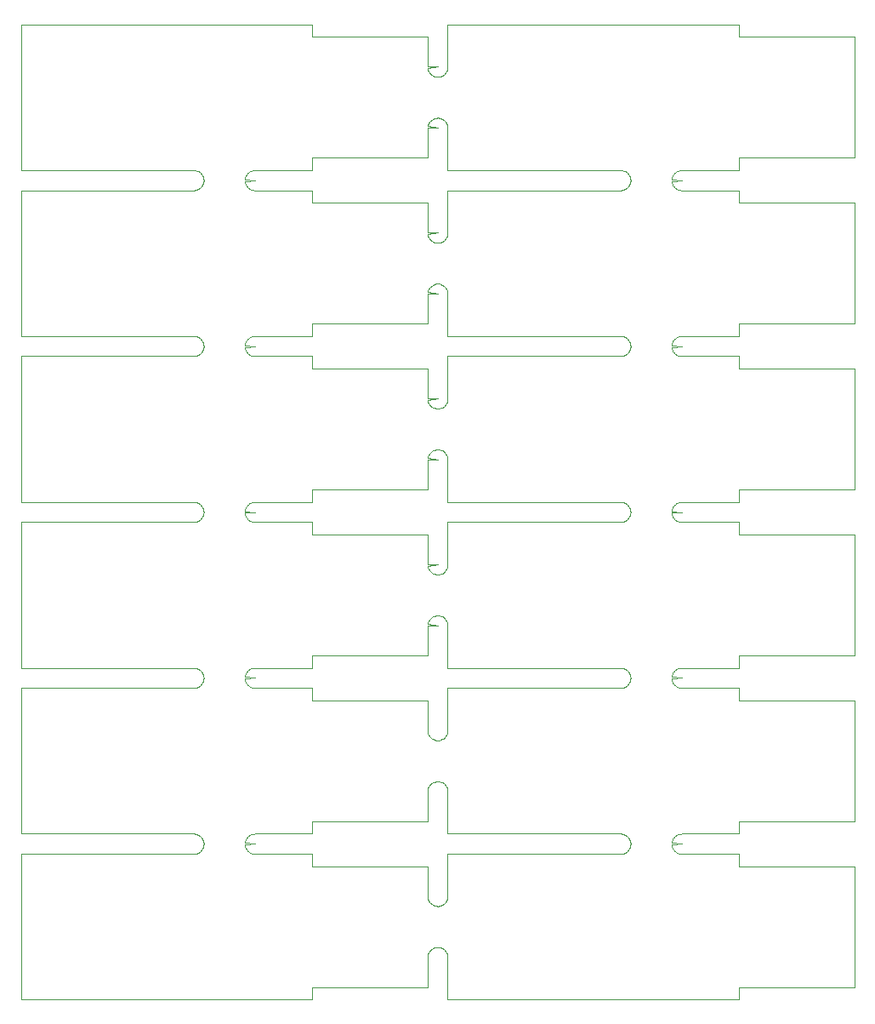
<source format=gm1>
%MOIN*%
%OFA0B0*%
%FSLAX44Y44*%
%IPPOS*%
%LPD*%
%ADD10C,0*%
D10*
X00015944Y00031200D02*
X00015944Y00031200D01*
X00011417Y00031200D01*
X00011417Y00031692D01*
X00009169Y00031692D01*
X00009138Y00031694D01*
X00009107Y00031697D01*
X00009077Y00031703D01*
X00009047Y00031712D01*
X00009018Y00031722D01*
X00008990Y00031735D01*
X00008963Y00031750D01*
X00008937Y00031768D01*
X00008913Y00031787D01*
X00008890Y00031808D01*
X00008869Y00031830D01*
X00008850Y00031855D01*
X00008833Y00031880D01*
X00008818Y00031907D01*
X00008805Y00031935D01*
X00008794Y00031964D01*
X00008786Y00031994D01*
X00008780Y00032025D01*
X00008776Y00032055D01*
X00009169Y00032086D01*
X00008776Y00032117D01*
X00008780Y00032148D01*
X00008786Y00032178D01*
X00008794Y00032208D01*
X00008805Y00032237D01*
X00008818Y00032265D01*
X00008833Y00032292D01*
X00008850Y00032318D01*
X00008869Y00032342D01*
X00008890Y00032365D01*
X00008913Y00032385D01*
X00008937Y00032405D01*
X00008963Y00032422D01*
X00008990Y00032437D01*
X00009018Y00032450D01*
X00009047Y00032461D01*
X00009077Y00032469D01*
X00009107Y00032475D01*
X00009138Y00032479D01*
X00009169Y00032480D01*
X00011417Y00032480D01*
X00011417Y00032972D01*
X00015944Y00032972D01*
X00015944Y00034137D01*
X00016338Y00034137D01*
X00015949Y00034199D01*
X00015964Y00034259D01*
X00015987Y00034316D01*
X00016020Y00034369D01*
X00016060Y00034416D01*
X00016107Y00034456D01*
X00016159Y00034488D01*
X00016216Y00034512D01*
X00016276Y00034526D01*
X00016338Y00034531D01*
X00016400Y00034526D01*
X00016460Y00034512D01*
X00016517Y00034488D01*
X00016569Y00034456D01*
X00016616Y00034416D01*
X00016657Y00034369D01*
X00016689Y00034316D01*
X00016713Y00034259D01*
X00016727Y00034199D01*
X00016732Y00034137D01*
X00016732Y00032480D01*
X00023507Y00032480D01*
X00023507Y00032480D01*
X00023569Y00032475D01*
X00023629Y00032461D01*
X00023686Y00032437D01*
X00023739Y00032405D01*
X00023786Y00032365D01*
X00023826Y00032318D01*
X00023858Y00032265D01*
X00023882Y00032208D01*
X00023896Y00032148D01*
X00023901Y00032086D01*
X00023896Y00032025D01*
X00023882Y00031964D01*
X00023858Y00031907D01*
X00023826Y00031855D01*
X00023786Y00031808D01*
X00023739Y00031768D01*
X00023686Y00031735D01*
X00023629Y00031712D01*
X00023569Y00031697D01*
X00023507Y00031692D01*
X00016732Y00031692D01*
X00016732Y00030035D01*
X00016727Y00029973D01*
X00016713Y00029913D01*
X00016689Y00029856D01*
X00016657Y00029803D01*
X00016616Y00029756D01*
X00016569Y00029716D01*
X00016517Y00029684D01*
X00016460Y00029660D01*
X00016400Y00029646D01*
X00016338Y00029641D01*
X00016276Y00029646D01*
X00016216Y00029660D01*
X00016159Y00029684D01*
X00016107Y00029716D01*
X00016060Y00029756D01*
X00016020Y00029803D01*
X00015987Y00029856D01*
X00015964Y00029913D01*
X00015949Y00029973D01*
X00016338Y00030035D01*
X00015944Y00030035D01*
X00015944Y00031200D01*
X00015944Y00024704D02*
X00015944Y00024704D01*
X00011417Y00024704D01*
X00011417Y00025196D01*
X00009169Y00025196D01*
X00009138Y00025198D01*
X00009107Y00025201D01*
X00009077Y00025207D01*
X00009047Y00025216D01*
X00009018Y00025226D01*
X00008990Y00025239D01*
X00008963Y00025254D01*
X00008937Y00025272D01*
X00008913Y00025291D01*
X00008890Y00025312D01*
X00008869Y00025334D01*
X00008850Y00025359D01*
X00008833Y00025384D01*
X00008818Y00025411D01*
X00008805Y00025439D01*
X00008794Y00025468D01*
X00008786Y00025498D01*
X00008780Y00025528D01*
X00008776Y00025559D01*
X00009169Y00025590D01*
X00008776Y00025621D01*
X00008780Y00025652D01*
X00008786Y00025682D01*
X00008794Y00025712D01*
X00008805Y00025741D01*
X00008818Y00025769D01*
X00008833Y00025796D01*
X00008850Y00025821D01*
X00008869Y00025846D01*
X00008890Y00025868D01*
X00008913Y00025889D01*
X00008937Y00025909D01*
X00008963Y00025926D01*
X00008990Y00025941D01*
X00009018Y00025954D01*
X00009047Y00025964D01*
X00009077Y00025973D01*
X00009107Y00025979D01*
X00009138Y00025983D01*
X00009169Y00025984D01*
X00011417Y00025984D01*
X00011417Y00026476D01*
X00015944Y00026476D01*
X00015944Y00027641D01*
X00016338Y00027641D01*
X00015949Y00027703D01*
X00015964Y00027763D01*
X00015987Y00027820D01*
X00016020Y00027873D01*
X00016060Y00027920D01*
X00016107Y00027960D01*
X00016159Y00027992D01*
X00016216Y00028016D01*
X00016276Y00028030D01*
X00016338Y00028035D01*
X00016400Y00028030D01*
X00016460Y00028016D01*
X00016517Y00027992D01*
X00016569Y00027960D01*
X00016616Y00027920D01*
X00016657Y00027873D01*
X00016689Y00027820D01*
X00016713Y00027763D01*
X00016727Y00027703D01*
X00016732Y00027641D01*
X00016732Y00025984D01*
X00023507Y00025984D01*
X00023507Y00025984D01*
X00023569Y00025979D01*
X00023629Y00025964D01*
X00023686Y00025941D01*
X00023739Y00025909D01*
X00023786Y00025868D01*
X00023826Y00025821D01*
X00023858Y00025769D01*
X00023882Y00025712D01*
X00023896Y00025652D01*
X00023901Y00025590D01*
X00023896Y00025528D01*
X00023882Y00025468D01*
X00023858Y00025411D01*
X00023826Y00025359D01*
X00023786Y00025312D01*
X00023739Y00025272D01*
X00023686Y00025239D01*
X00023629Y00025216D01*
X00023569Y00025201D01*
X00023507Y00025196D01*
X00016732Y00025196D01*
X00016732Y00023539D01*
X00016727Y00023477D01*
X00016713Y00023417D01*
X00016689Y00023360D01*
X00016657Y00023307D01*
X00016616Y00023260D01*
X00016569Y00023220D01*
X00016517Y00023188D01*
X00016460Y00023164D01*
X00016400Y00023150D01*
X00016338Y00023145D01*
X00016276Y00023150D01*
X00016216Y00023164D01*
X00016159Y00023188D01*
X00016107Y00023220D01*
X00016060Y00023260D01*
X00016020Y00023307D01*
X00015987Y00023360D01*
X00015964Y00023417D01*
X00015949Y00023477D01*
X00016338Y00023539D01*
X00015944Y00023539D01*
X00015944Y00024704D01*
X00015944Y00018208D02*
X00015944Y00018208D01*
X00011417Y00018208D01*
X00011417Y00018700D01*
X00009169Y00018700D01*
X00009138Y00018702D01*
X00009107Y00018705D01*
X00009077Y00018711D01*
X00009047Y00018720D01*
X00009018Y00018730D01*
X00008990Y00018743D01*
X00008963Y00018758D01*
X00008937Y00018775D01*
X00008913Y00018795D01*
X00008890Y00018816D01*
X00008869Y00018838D01*
X00008850Y00018863D01*
X00008833Y00018888D01*
X00008818Y00018915D01*
X00008805Y00018943D01*
X00008794Y00018972D01*
X00008786Y00019002D01*
X00008780Y00019032D01*
X00008776Y00019063D01*
X00009169Y00019094D01*
X00008776Y00019125D01*
X00008780Y00019156D01*
X00008786Y00019186D01*
X00008794Y00019216D01*
X00008805Y00019245D01*
X00008818Y00019273D01*
X00008833Y00019300D01*
X00008850Y00019325D01*
X00008869Y00019350D01*
X00008890Y00019372D01*
X00008913Y00019393D01*
X00008937Y00019412D01*
X00008963Y00019430D01*
X00008990Y00019445D01*
X00009018Y00019458D01*
X00009047Y00019468D01*
X00009077Y00019477D01*
X00009107Y00019483D01*
X00009138Y00019486D01*
X00009169Y00019488D01*
X00011417Y00019488D01*
X00011417Y00019980D01*
X00015944Y00019980D01*
X00015944Y00021145D01*
X00016338Y00021145D01*
X00015949Y00021207D01*
X00015964Y00021267D01*
X00015987Y00021324D01*
X00016020Y00021377D01*
X00016060Y00021424D01*
X00016107Y00021464D01*
X00016159Y00021496D01*
X00016216Y00021520D01*
X00016276Y00021534D01*
X00016338Y00021539D01*
X00016400Y00021534D01*
X00016460Y00021520D01*
X00016517Y00021496D01*
X00016569Y00021464D01*
X00016616Y00021424D01*
X00016657Y00021377D01*
X00016689Y00021324D01*
X00016713Y00021267D01*
X00016727Y00021207D01*
X00016732Y00021145D01*
X00016732Y00019488D01*
X00023507Y00019488D01*
X00023507Y00019488D01*
X00023569Y00019483D01*
X00023629Y00019468D01*
X00023686Y00019445D01*
X00023739Y00019412D01*
X00023786Y00019372D01*
X00023826Y00019325D01*
X00023858Y00019273D01*
X00023882Y00019216D01*
X00023896Y00019156D01*
X00023901Y00019094D01*
X00023896Y00019032D01*
X00023882Y00018972D01*
X00023858Y00018915D01*
X00023826Y00018863D01*
X00023786Y00018816D01*
X00023739Y00018775D01*
X00023686Y00018743D01*
X00023629Y00018720D01*
X00023569Y00018705D01*
X00023507Y00018700D01*
X00016732Y00018700D01*
X00016732Y00017043D01*
X00016727Y00016981D01*
X00016713Y00016921D01*
X00016689Y00016864D01*
X00016657Y00016811D01*
X00016616Y00016764D01*
X00016569Y00016724D01*
X00016517Y00016692D01*
X00016460Y00016668D01*
X00016400Y00016654D01*
X00016338Y00016649D01*
X00016276Y00016654D01*
X00016216Y00016668D01*
X00016159Y00016692D01*
X00016107Y00016724D01*
X00016060Y00016764D01*
X00016020Y00016811D01*
X00015987Y00016864D01*
X00015964Y00016921D01*
X00015949Y00016981D01*
X00016338Y00017043D01*
X00015944Y00017043D01*
X00015944Y00018208D01*
X00015944Y00010547D02*
X00015944Y00010547D01*
X00015944Y00011712D01*
X00011417Y00011712D01*
X00011417Y00012204D01*
X00009169Y00012204D01*
X00009138Y00012205D01*
X00009107Y00012209D01*
X00009077Y00012215D01*
X00009047Y00012223D01*
X00009018Y00012234D01*
X00008990Y00012247D01*
X00008963Y00012262D01*
X00008937Y00012279D01*
X00008913Y00012299D01*
X00008890Y00012320D01*
X00008869Y00012342D01*
X00008850Y00012367D01*
X00008833Y00012392D01*
X00008818Y00012419D01*
X00008805Y00012447D01*
X00008794Y00012476D01*
X00008786Y00012506D01*
X00008780Y00012536D01*
X00008776Y00012567D01*
X00009169Y00012598D01*
X00008776Y00012629D01*
X00008780Y00012660D01*
X00008786Y00012690D01*
X00008794Y00012720D01*
X00008805Y00012749D01*
X00008818Y00012777D01*
X00008833Y00012804D01*
X00008850Y00012829D01*
X00008869Y00012854D01*
X00008890Y00012876D01*
X00008913Y00012897D01*
X00008937Y00012916D01*
X00008963Y00012934D01*
X00008990Y00012949D01*
X00009018Y00012962D01*
X00009047Y00012972D01*
X00009077Y00012981D01*
X00009107Y00012987D01*
X00009138Y00012990D01*
X00009169Y00012992D01*
X00011417Y00012992D01*
X00011417Y00013484D01*
X00015944Y00013484D01*
X00015944Y00014649D01*
X00016338Y00014649D01*
X00015949Y00014711D01*
X00015964Y00014771D01*
X00015987Y00014828D01*
X00016020Y00014881D01*
X00016060Y00014928D01*
X00016107Y00014968D01*
X00016159Y00015000D01*
X00016216Y00015024D01*
X00016276Y00015038D01*
X00016338Y00015043D01*
X00016400Y00015038D01*
X00016460Y00015024D01*
X00016517Y00015000D01*
X00016569Y00014968D01*
X00016616Y00014928D01*
X00016657Y00014881D01*
X00016689Y00014828D01*
X00016713Y00014771D01*
X00016727Y00014711D01*
X00016732Y00014649D01*
X00016732Y00012992D01*
X00023507Y00012992D01*
X00023507Y00012992D01*
X00023569Y00012987D01*
X00023629Y00012972D01*
X00023686Y00012949D01*
X00023739Y00012916D01*
X00023786Y00012876D01*
X00023826Y00012829D01*
X00023858Y00012777D01*
X00023882Y00012720D01*
X00023896Y00012660D01*
X00023901Y00012598D01*
X00023896Y00012536D01*
X00023882Y00012476D01*
X00023858Y00012419D01*
X00023826Y00012367D01*
X00023786Y00012320D01*
X00023739Y00012279D01*
X00023686Y00012247D01*
X00023629Y00012223D01*
X00023569Y00012209D01*
X00023507Y00012204D01*
X00016732Y00012204D01*
X00016732Y00010547D01*
X00016732Y00010547D01*
X00016727Y00010485D01*
X00016713Y00010425D01*
X00016689Y00010368D01*
X00016657Y00010315D01*
X00016616Y00010268D01*
X00016569Y00010228D01*
X00016517Y00010196D01*
X00016460Y00010172D01*
X00016400Y00010158D01*
X00016338Y00010153D01*
X00016276Y00010158D01*
X00016216Y00010172D01*
X00016159Y00010196D01*
X00016107Y00010228D01*
X00016060Y00010268D01*
X00016020Y00010315D01*
X00015987Y00010368D01*
X00015964Y00010425D01*
X00015949Y00010485D01*
X00015944Y00010547D01*
X00015944Y00004051D02*
X00015944Y00004051D01*
X00015944Y00005216D01*
X00011417Y00005216D01*
X00011417Y00005708D01*
X00009169Y00005708D01*
X00009138Y00005709D01*
X00009107Y00005713D01*
X00009077Y00005719D01*
X00009047Y00005727D01*
X00009018Y00005738D01*
X00008990Y00005751D01*
X00008963Y00005766D01*
X00008937Y00005783D01*
X00008913Y00005802D01*
X00008890Y00005823D01*
X00008869Y00005846D01*
X00008850Y00005870D01*
X00008833Y00005896D01*
X00008818Y00005923D01*
X00008805Y00005951D01*
X00008794Y00005980D01*
X00008786Y00006010D01*
X00008780Y00006040D01*
X00008776Y00006071D01*
X00009169Y00006102D01*
X00008776Y00006133D01*
X00008780Y00006163D01*
X00008786Y00006194D01*
X00008794Y00006224D01*
X00008805Y00006253D01*
X00008818Y00006281D01*
X00008833Y00006308D01*
X00008850Y00006333D01*
X00008869Y00006358D01*
X00008890Y00006380D01*
X00008913Y00006401D01*
X00008937Y00006420D01*
X00008963Y00006438D01*
X00008990Y00006453D01*
X00009018Y00006466D01*
X00009047Y00006476D01*
X00009077Y00006485D01*
X00009107Y00006491D01*
X00009138Y00006494D01*
X00009169Y00006496D01*
X00011417Y00006496D01*
X00011417Y00006988D01*
X00015944Y00006988D01*
X00015944Y00008153D01*
X00015944Y00008153D01*
X00015949Y00008215D01*
X00015964Y00008275D01*
X00015987Y00008332D01*
X00016020Y00008385D01*
X00016060Y00008432D01*
X00016107Y00008472D01*
X00016159Y00008504D01*
X00016216Y00008528D01*
X00016276Y00008542D01*
X00016338Y00008547D01*
X00016400Y00008542D01*
X00016460Y00008528D01*
X00016517Y00008504D01*
X00016569Y00008472D01*
X00016616Y00008432D01*
X00016657Y00008385D01*
X00016689Y00008332D01*
X00016713Y00008275D01*
X00016727Y00008215D01*
X00016732Y00008153D01*
X00016732Y00006496D01*
X00023507Y00006496D01*
X00023507Y00006496D01*
X00023569Y00006491D01*
X00023629Y00006476D01*
X00023686Y00006453D01*
X00023739Y00006420D01*
X00023786Y00006380D01*
X00023826Y00006333D01*
X00023858Y00006281D01*
X00023882Y00006224D01*
X00023896Y00006163D01*
X00023901Y00006102D01*
X00023896Y00006040D01*
X00023882Y00005980D01*
X00023858Y00005923D01*
X00023826Y00005870D01*
X00023786Y00005823D01*
X00023739Y00005783D01*
X00023686Y00005751D01*
X00023629Y00005727D01*
X00023569Y00005713D01*
X00023507Y00005708D01*
X00016732Y00005708D01*
X00016732Y00004051D01*
X00016732Y00004051D01*
X00016727Y00003989D01*
X00016713Y00003929D01*
X00016689Y00003872D01*
X00016657Y00003819D01*
X00016616Y00003772D01*
X00016569Y00003732D01*
X00016517Y00003700D01*
X00016460Y00003676D01*
X00016400Y00003662D01*
X00016338Y00003657D01*
X00016276Y00003662D01*
X00016216Y00003676D01*
X00016159Y00003700D01*
X00016107Y00003732D01*
X00016060Y00003772D01*
X00016020Y00003819D01*
X00015987Y00003872D01*
X00015964Y00003929D01*
X00015949Y00003989D01*
X00015944Y00004051D01*
X00006775Y00005708D02*
X00006775Y00005708D01*
X00000000Y00005708D01*
X00000000Y00000000D01*
X00011417Y00000000D01*
X00011417Y00000492D01*
X00015944Y00000492D01*
X00015944Y00001657D01*
X00015944Y00001657D01*
X00015949Y00001719D01*
X00015964Y00001779D01*
X00015987Y00001836D01*
X00016020Y00001888D01*
X00016060Y00001935D01*
X00016107Y00001976D01*
X00016159Y00002008D01*
X00016216Y00002032D01*
X00016276Y00002046D01*
X00016338Y00002051D01*
X00016400Y00002046D01*
X00016460Y00002032D01*
X00016517Y00002008D01*
X00016569Y00001976D01*
X00016616Y00001935D01*
X00016657Y00001888D01*
X00016689Y00001836D01*
X00016713Y00001779D01*
X00016727Y00001719D01*
X00016732Y00001657D01*
X00016732Y00000000D01*
X00028149Y00000000D01*
X00028149Y00000492D01*
X00032677Y00000492D01*
X00032677Y00005216D01*
X00028149Y00005216D01*
X00028149Y00005708D01*
X00025901Y00005708D01*
X00025870Y00005709D01*
X00025839Y00005713D01*
X00025809Y00005719D01*
X00025779Y00005727D01*
X00025750Y00005738D01*
X00025722Y00005751D01*
X00025695Y00005766D01*
X00025670Y00005783D01*
X00025645Y00005802D01*
X00025623Y00005823D01*
X00025602Y00005846D01*
X00025582Y00005870D01*
X00025565Y00005896D01*
X00025550Y00005923D01*
X00025537Y00005951D01*
X00025527Y00005980D01*
X00025518Y00006010D01*
X00025512Y00006040D01*
X00025508Y00006071D01*
X00025901Y00006102D01*
X00025508Y00006133D01*
X00025512Y00006163D01*
X00025518Y00006194D01*
X00025527Y00006224D01*
X00025537Y00006253D01*
X00025550Y00006281D01*
X00025565Y00006308D01*
X00025582Y00006333D01*
X00025602Y00006358D01*
X00025623Y00006380D01*
X00025645Y00006401D01*
X00025670Y00006420D01*
X00025695Y00006438D01*
X00025722Y00006453D01*
X00025750Y00006466D01*
X00025779Y00006476D01*
X00025809Y00006485D01*
X00025839Y00006491D01*
X00025870Y00006494D01*
X00025901Y00006496D01*
X00028149Y00006496D01*
X00028149Y00006988D01*
X00032677Y00006988D01*
X00032677Y00011712D01*
X00028149Y00011712D01*
X00028149Y00012204D01*
X00025901Y00012204D01*
X00025870Y00012205D01*
X00025839Y00012209D01*
X00025809Y00012215D01*
X00025779Y00012223D01*
X00025750Y00012234D01*
X00025722Y00012247D01*
X00025695Y00012262D01*
X00025670Y00012279D01*
X00025645Y00012299D01*
X00025623Y00012320D01*
X00025602Y00012342D01*
X00025582Y00012367D01*
X00025565Y00012392D01*
X00025550Y00012419D01*
X00025537Y00012447D01*
X00025527Y00012476D01*
X00025518Y00012506D01*
X00025512Y00012536D01*
X00025508Y00012567D01*
X00025901Y00012598D01*
X00025508Y00012629D01*
X00025512Y00012660D01*
X00025518Y00012690D01*
X00025527Y00012720D01*
X00025537Y00012749D01*
X00025550Y00012777D01*
X00025565Y00012804D01*
X00025582Y00012829D01*
X00025602Y00012854D01*
X00025623Y00012876D01*
X00025645Y00012897D01*
X00025670Y00012916D01*
X00025695Y00012934D01*
X00025722Y00012949D01*
X00025750Y00012962D01*
X00025779Y00012972D01*
X00025809Y00012981D01*
X00025839Y00012987D01*
X00025870Y00012990D01*
X00025901Y00012992D01*
X00028149Y00012992D01*
X00028149Y00013484D01*
X00032677Y00013484D01*
X00032677Y00018208D01*
X00028149Y00018208D01*
X00028149Y00018700D01*
X00025901Y00018700D01*
X00025870Y00018702D01*
X00025839Y00018705D01*
X00025809Y00018711D01*
X00025779Y00018720D01*
X00025750Y00018730D01*
X00025722Y00018743D01*
X00025695Y00018758D01*
X00025670Y00018775D01*
X00025645Y00018795D01*
X00025623Y00018816D01*
X00025602Y00018838D01*
X00025582Y00018863D01*
X00025565Y00018888D01*
X00025550Y00018915D01*
X00025537Y00018943D01*
X00025527Y00018972D01*
X00025518Y00019002D01*
X00025512Y00019032D01*
X00025508Y00019063D01*
X00025901Y00019094D01*
X00025508Y00019125D01*
X00025512Y00019156D01*
X00025518Y00019186D01*
X00025527Y00019216D01*
X00025537Y00019245D01*
X00025550Y00019273D01*
X00025565Y00019300D01*
X00025582Y00019325D01*
X00025602Y00019350D01*
X00025623Y00019372D01*
X00025645Y00019393D01*
X00025670Y00019412D01*
X00025695Y00019430D01*
X00025722Y00019445D01*
X00025750Y00019458D01*
X00025779Y00019468D01*
X00025809Y00019477D01*
X00025839Y00019483D01*
X00025870Y00019486D01*
X00025901Y00019488D01*
X00028149Y00019488D01*
X00028149Y00019980D01*
X00032677Y00019980D01*
X00032677Y00024704D01*
X00028149Y00024704D01*
X00028149Y00025196D01*
X00025901Y00025196D01*
X00025870Y00025198D01*
X00025839Y00025201D01*
X00025809Y00025207D01*
X00025779Y00025216D01*
X00025750Y00025226D01*
X00025722Y00025239D01*
X00025695Y00025254D01*
X00025670Y00025272D01*
X00025645Y00025291D01*
X00025623Y00025312D01*
X00025602Y00025334D01*
X00025582Y00025359D01*
X00025565Y00025384D01*
X00025550Y00025411D01*
X00025537Y00025439D01*
X00025527Y00025468D01*
X00025518Y00025498D01*
X00025512Y00025528D01*
X00025508Y00025559D01*
X00025901Y00025590D01*
X00025508Y00025621D01*
X00025512Y00025652D01*
X00025518Y00025682D01*
X00025527Y00025712D01*
X00025537Y00025741D01*
X00025550Y00025769D01*
X00025565Y00025796D01*
X00025582Y00025821D01*
X00025602Y00025846D01*
X00025623Y00025868D01*
X00025645Y00025889D01*
X00025670Y00025909D01*
X00025695Y00025926D01*
X00025722Y00025941D01*
X00025750Y00025954D01*
X00025779Y00025964D01*
X00025809Y00025973D01*
X00025839Y00025979D01*
X00025870Y00025983D01*
X00025901Y00025984D01*
X00028149Y00025984D01*
X00028149Y00026476D01*
X00032677Y00026476D01*
X00032677Y00031200D01*
X00028149Y00031200D01*
X00028149Y00031692D01*
X00025901Y00031692D01*
X00025870Y00031694D01*
X00025839Y00031697D01*
X00025809Y00031703D01*
X00025779Y00031712D01*
X00025750Y00031722D01*
X00025722Y00031735D01*
X00025695Y00031750D01*
X00025670Y00031768D01*
X00025645Y00031787D01*
X00025623Y00031808D01*
X00025602Y00031830D01*
X00025582Y00031855D01*
X00025565Y00031880D01*
X00025550Y00031907D01*
X00025537Y00031935D01*
X00025527Y00031964D01*
X00025518Y00031994D01*
X00025512Y00032025D01*
X00025508Y00032055D01*
X00025901Y00032086D01*
X00025508Y00032117D01*
X00025512Y00032148D01*
X00025518Y00032178D01*
X00025527Y00032208D01*
X00025537Y00032237D01*
X00025550Y00032265D01*
X00025565Y00032292D01*
X00025582Y00032318D01*
X00025602Y00032342D01*
X00025623Y00032365D01*
X00025645Y00032385D01*
X00025670Y00032405D01*
X00025695Y00032422D01*
X00025722Y00032437D01*
X00025750Y00032450D01*
X00025779Y00032461D01*
X00025809Y00032469D01*
X00025839Y00032475D01*
X00025870Y00032479D01*
X00025901Y00032480D01*
X00028149Y00032480D01*
X00028149Y00032972D01*
X00032677Y00032972D01*
X00032677Y00037696D01*
X00028149Y00037696D01*
X00028149Y00038188D01*
X00016732Y00038188D01*
X00016732Y00036531D01*
X00016727Y00036469D01*
X00016713Y00036409D01*
X00016689Y00036352D01*
X00016657Y00036299D01*
X00016616Y00036253D01*
X00016569Y00036212D01*
X00016517Y00036180D01*
X00016460Y00036156D01*
X00016400Y00036142D01*
X00016338Y00036137D01*
X00016276Y00036142D01*
X00016216Y00036156D01*
X00016159Y00036180D01*
X00016107Y00036212D01*
X00016060Y00036253D01*
X00016020Y00036299D01*
X00015987Y00036352D01*
X00015964Y00036409D01*
X00015949Y00036469D01*
X00016338Y00036531D01*
X00015944Y00036531D01*
X00015944Y00037696D01*
X00011417Y00037696D01*
X00011417Y00038188D01*
X00000000Y00038188D01*
X00000000Y00032480D01*
X00006775Y00032480D01*
X00006775Y00032480D01*
X00006837Y00032475D01*
X00006897Y00032461D01*
X00006954Y00032437D01*
X00007007Y00032405D01*
X00007054Y00032365D01*
X00007094Y00032318D01*
X00007126Y00032265D01*
X00007150Y00032208D01*
X00007164Y00032148D01*
X00007169Y00032086D01*
X00007164Y00032025D01*
X00007150Y00031964D01*
X00007126Y00031907D01*
X00007094Y00031855D01*
X00007054Y00031808D01*
X00007007Y00031768D01*
X00006954Y00031735D01*
X00006897Y00031712D01*
X00006837Y00031697D01*
X00006775Y00031692D01*
X00000000Y00031692D01*
X00000000Y00025984D01*
X00006775Y00025984D01*
X00006775Y00025984D01*
X00006837Y00025979D01*
X00006897Y00025964D01*
X00006954Y00025941D01*
X00007007Y00025909D01*
X00007054Y00025868D01*
X00007094Y00025821D01*
X00007126Y00025769D01*
X00007150Y00025712D01*
X00007164Y00025652D01*
X00007169Y00025590D01*
X00007164Y00025528D01*
X00007150Y00025468D01*
X00007126Y00025411D01*
X00007094Y00025359D01*
X00007054Y00025312D01*
X00007007Y00025272D01*
X00006954Y00025239D01*
X00006897Y00025216D01*
X00006837Y00025201D01*
X00006775Y00025196D01*
X00000000Y00025196D01*
X00000000Y00019488D01*
X00006775Y00019488D01*
X00006775Y00019488D01*
X00006837Y00019483D01*
X00006897Y00019468D01*
X00006954Y00019445D01*
X00007007Y00019412D01*
X00007054Y00019372D01*
X00007094Y00019325D01*
X00007126Y00019273D01*
X00007150Y00019216D01*
X00007164Y00019156D01*
X00007169Y00019094D01*
X00007164Y00019032D01*
X00007150Y00018972D01*
X00007126Y00018915D01*
X00007094Y00018863D01*
X00007054Y00018816D01*
X00007007Y00018775D01*
X00006954Y00018743D01*
X00006897Y00018720D01*
X00006837Y00018705D01*
X00006775Y00018700D01*
X00000000Y00018700D01*
X00000000Y00012992D01*
X00006775Y00012992D01*
X00006775Y00012992D01*
X00006837Y00012987D01*
X00006897Y00012972D01*
X00006954Y00012949D01*
X00007007Y00012916D01*
X00007054Y00012876D01*
X00007094Y00012829D01*
X00007126Y00012777D01*
X00007150Y00012720D01*
X00007164Y00012660D01*
X00007169Y00012598D01*
X00007164Y00012536D01*
X00007150Y00012476D01*
X00007126Y00012419D01*
X00007094Y00012367D01*
X00007054Y00012320D01*
X00007007Y00012279D01*
X00006954Y00012247D01*
X00006897Y00012223D01*
X00006837Y00012209D01*
X00006775Y00012204D01*
X00000000Y00012204D01*
X00000000Y00006496D01*
X00006775Y00006496D01*
X00006775Y00006496D01*
X00006837Y00006491D01*
X00006897Y00006476D01*
X00006954Y00006453D01*
X00007007Y00006420D01*
X00007054Y00006380D01*
X00007094Y00006333D01*
X00007126Y00006281D01*
X00007150Y00006224D01*
X00007164Y00006163D01*
X00007169Y00006102D01*
X00007164Y00006040D01*
X00007150Y00005980D01*
X00007126Y00005923D01*
X00007094Y00005870D01*
X00007054Y00005823D01*
X00007007Y00005783D01*
X00006954Y00005751D01*
X00006897Y00005727D01*
X00006837Y00005713D01*
X00006775Y00005708D01*
M02*
</source>
